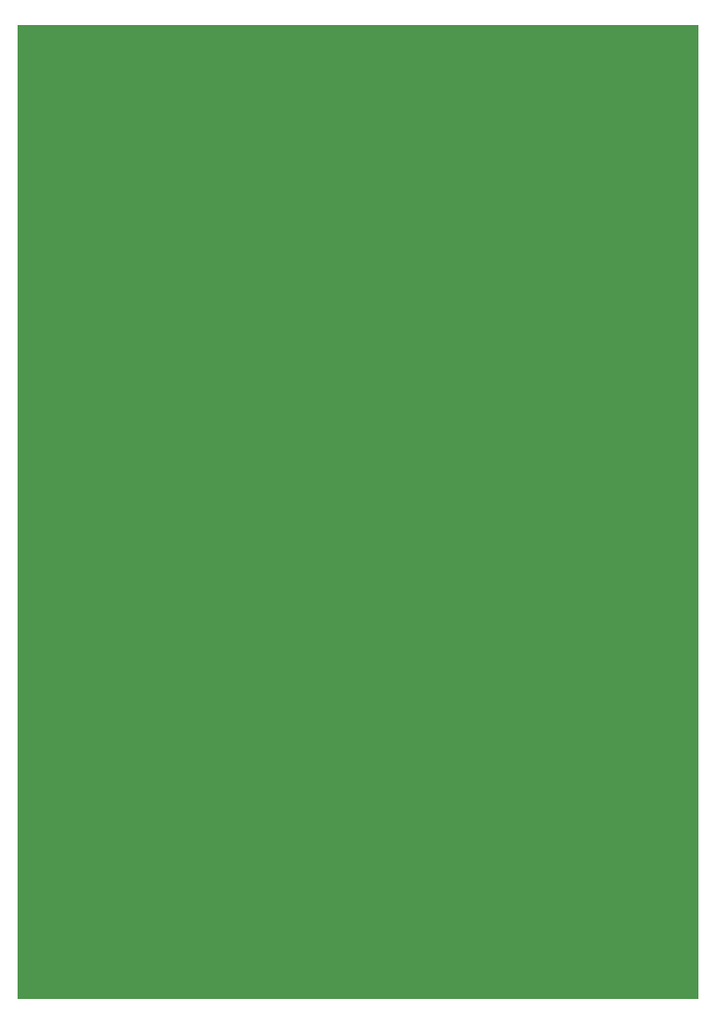
<source format=gbr>
G04 DipTrace 2.2.0.9*
%INBoard.gbr*%
%MOIN*%
%ADD11C,0.0055*%
%FSLAX44Y44*%
%SFA1B1*%
%OFA0B0*%
G04*
G70*
G90*
G75*
G01*
%LNBoardPoly*%
%LPD*%
G36*
X28437Y3937D2*
D11*
Y38937D1*
X3937D1*
Y3937D1*
X28437D1*
G37*
M02*

</source>
